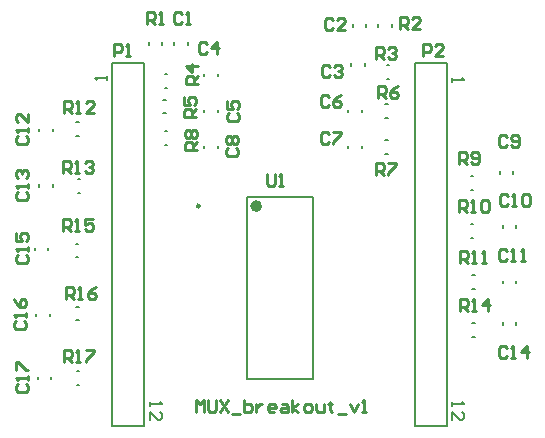
<source format=gto>
G04*
G04 #@! TF.GenerationSoftware,Altium Limited,Altium Designer,22.2.1 (43)*
G04*
G04 Layer_Color=65535*
%FSLAX25Y25*%
%MOIN*%
G70*
G04*
G04 #@! TF.SameCoordinates,2AA56CA8-B71A-46B7-BD27-B25D333C2BD2*
G04*
G04*
G04 #@! TF.FilePolarity,Positive*
G04*
G01*
G75*
%ADD10C,0.00984*%
%ADD11C,0.01968*%
%ADD12C,0.00787*%
%ADD13C,0.01000*%
%ADD14C,0.00600*%
D10*
X65760Y76502D02*
G03*
X65760Y76502I-492J0D01*
G01*
D11*
X85555Y76462D02*
G03*
X85555Y76462I-984J0D01*
G01*
D12*
X137450Y3029D02*
X148040D01*
Y124210D01*
X137450D02*
X148040D01*
X137450Y3029D02*
Y124210D01*
X24606Y38336D02*
X25394D01*
X24606Y42864D02*
X25394D01*
X24854Y16836D02*
X25642D01*
X24854Y21364D02*
X25642D01*
X125236Y136206D02*
Y136994D01*
X129764Y136206D02*
Y136994D01*
X121264Y136206D02*
Y136994D01*
X116736Y136206D02*
Y136994D01*
X61764Y130206D02*
Y130994D01*
X57236Y130206D02*
Y130994D01*
X48736Y130206D02*
Y130994D01*
X53264Y130206D02*
Y130994D01*
X166736Y36954D02*
Y37742D01*
X171264Y36954D02*
Y37742D01*
X166736Y50706D02*
Y51494D01*
X171264Y50706D02*
Y51494D01*
X166736Y69206D02*
Y69994D01*
X171264Y69206D02*
Y69994D01*
X127606Y93836D02*
X128394D01*
X127606Y98364D02*
X128394D01*
X119764Y95706D02*
Y96494D01*
X115236Y95706D02*
Y96494D01*
X119764Y107706D02*
Y108494D01*
X115236Y107706D02*
Y108494D01*
X127606Y105836D02*
X128394D01*
X127606Y110364D02*
X128394D01*
X116236Y123206D02*
Y123994D01*
X120764Y123206D02*
Y123994D01*
X128106Y118836D02*
X128894D01*
X128106Y123364D02*
X128894D01*
X16264Y18706D02*
Y19494D01*
X11736Y18706D02*
Y19494D01*
X15764Y39706D02*
Y40494D01*
X11236Y39706D02*
Y40494D01*
X15264Y61706D02*
Y62494D01*
X10736Y61706D02*
Y62494D01*
X25106Y85364D02*
X25894D01*
X25106Y80836D02*
X25894D01*
X16764Y82958D02*
Y83746D01*
X12236Y82958D02*
Y83746D01*
X24606Y104364D02*
X25394D01*
X24606Y99836D02*
X25394D01*
X12236Y101454D02*
Y102242D01*
X16764Y101454D02*
Y102242D01*
X71764Y95706D02*
Y96494D01*
X67236Y95706D02*
Y96494D01*
X54106Y96836D02*
X54894D01*
X54106Y101364D02*
X54894D01*
X54106Y115836D02*
X54894D01*
X54106Y120364D02*
X54894D01*
X53606Y107336D02*
X54394D01*
X53606Y111864D02*
X54394D01*
X67236Y119706D02*
Y120494D01*
X71764Y119706D02*
Y120494D01*
Y107706D02*
Y108494D01*
X67236Y107706D02*
Y108494D01*
X81618Y18785D02*
Y79415D01*
Y18785D02*
X103382D01*
Y79415D01*
X81618D02*
X103382D01*
X36650Y3029D02*
Y124210D01*
X47240D01*
Y3029D02*
Y124210D01*
X36650Y3029D02*
X47240D01*
X24354Y63864D02*
X25142D01*
X24354Y59336D02*
X25142D01*
X156606Y37364D02*
X157394D01*
X156606Y32836D02*
X157394D01*
X156606Y53364D02*
X157394D01*
X156606Y48836D02*
X157394D01*
X156106Y70364D02*
X156894D01*
X156106Y65836D02*
X156894D01*
X156106Y86364D02*
X156894D01*
X156106Y81836D02*
X156894D01*
X165736Y87206D02*
Y87994D01*
X170264Y87206D02*
Y87994D01*
D13*
X64400Y7666D02*
Y11665D01*
X65733Y10332D01*
X67066Y11665D01*
Y7666D01*
X68399Y11665D02*
Y8333D01*
X69065Y7666D01*
X70398D01*
X71065Y8333D01*
Y11665D01*
X72397D02*
X75063Y7666D01*
Y11665D02*
X72397Y7666D01*
X76396Y7000D02*
X79062D01*
X80395Y11665D02*
Y7666D01*
X82394D01*
X83061Y8333D01*
Y8999D01*
Y9666D01*
X82394Y10332D01*
X80395D01*
X84394D02*
Y7666D01*
Y8999D01*
X85060Y9666D01*
X85726Y10332D01*
X86393D01*
X90392Y7666D02*
X89059D01*
X88392Y8333D01*
Y9666D01*
X89059Y10332D01*
X90392D01*
X91058Y9666D01*
Y8999D01*
X88392D01*
X93057Y10332D02*
X94390D01*
X95057Y9666D01*
Y7666D01*
X93057D01*
X92391Y8333D01*
X93057Y8999D01*
X95057D01*
X96390Y7666D02*
Y11665D01*
Y8999D02*
X98389Y10332D01*
X96390Y8999D02*
X98389Y7666D01*
X101055D02*
X102388D01*
X103054Y8333D01*
Y9666D01*
X102388Y10332D01*
X101055D01*
X100388Y9666D01*
Y8333D01*
X101055Y7666D01*
X104387Y10332D02*
Y8333D01*
X105053Y7666D01*
X107053D01*
Y10332D01*
X109052Y10999D02*
Y10332D01*
X108386D01*
X109719D01*
X109052D01*
Y8333D01*
X109719Y7666D01*
X111718Y7000D02*
X114384D01*
X115717Y10332D02*
X117050Y7666D01*
X118383Y10332D01*
X119715Y7666D02*
X121048D01*
X120382D01*
Y11665D01*
X119715Y10999D01*
X140068Y126401D02*
Y130399D01*
X142067D01*
X142734Y129733D01*
Y128400D01*
X142067Y127734D01*
X140068D01*
X146732Y126401D02*
X144067D01*
X146732Y129067D01*
Y129733D01*
X146066Y130399D01*
X144733D01*
X144067Y129733D01*
X37334Y126601D02*
Y130599D01*
X39334D01*
X40000Y129933D01*
Y128600D01*
X39334Y127934D01*
X37334D01*
X41333Y126601D02*
X42666D01*
X41999D01*
Y130599D01*
X41333Y129933D01*
X88334Y87099D02*
Y83767D01*
X89001Y83101D01*
X90334D01*
X91000Y83767D01*
Y87099D01*
X92333Y83101D02*
X93666D01*
X92999D01*
Y87099D01*
X92333Y86433D01*
X20602Y24401D02*
Y28399D01*
X22601D01*
X23267Y27733D01*
Y26400D01*
X22601Y25734D01*
X20602D01*
X21935D02*
X23267Y24401D01*
X24600D02*
X25933D01*
X25267D01*
Y28399D01*
X24600Y27733D01*
X27933Y28399D02*
X30598D01*
Y27733D01*
X27933Y25067D01*
Y24401D01*
X21202Y45401D02*
Y49399D01*
X23201D01*
X23867Y48733D01*
Y47400D01*
X23201Y46734D01*
X21202D01*
X22535D02*
X23867Y45401D01*
X25200D02*
X26533D01*
X25867D01*
Y49399D01*
X25200Y48733D01*
X31198Y49399D02*
X29866Y48733D01*
X28533Y47400D01*
Y46067D01*
X29199Y45401D01*
X30532D01*
X31198Y46067D01*
Y46734D01*
X30532Y47400D01*
X28533D01*
X20300Y68000D02*
Y71999D01*
X22299D01*
X22966Y71332D01*
Y69999D01*
X22299Y69333D01*
X20300D01*
X21633D02*
X22966Y68000D01*
X24299D02*
X25632D01*
X24965D01*
Y71999D01*
X24299Y71332D01*
X30297Y71999D02*
X27631D01*
Y69999D01*
X28964Y70666D01*
X29630D01*
X30297Y69999D01*
Y68666D01*
X29630Y68000D01*
X28297D01*
X27631Y68666D01*
X152600Y41500D02*
Y45499D01*
X154599D01*
X155266Y44832D01*
Y43499D01*
X154599Y42833D01*
X152600D01*
X153933D02*
X155266Y41500D01*
X156599D02*
X157932D01*
X157265D01*
Y45499D01*
X156599Y44832D01*
X161930Y41500D02*
Y45499D01*
X159931Y43499D01*
X162597D01*
X20254Y87601D02*
Y91599D01*
X22253D01*
X22919Y90933D01*
Y89600D01*
X22253Y88934D01*
X20254D01*
X21587D02*
X22919Y87601D01*
X24252D02*
X25585D01*
X24919D01*
Y91599D01*
X24252Y90933D01*
X27585D02*
X28251Y91599D01*
X29584D01*
X30250Y90933D01*
Y90266D01*
X29584Y89600D01*
X28918D01*
X29584D01*
X30250Y88934D01*
Y88267D01*
X29584Y87601D01*
X28251D01*
X27585Y88267D01*
X20502Y107601D02*
Y111599D01*
X22501D01*
X23167Y110933D01*
Y109600D01*
X22501Y108933D01*
X20502D01*
X21835D02*
X23167Y107601D01*
X24500D02*
X25833D01*
X25167D01*
Y111599D01*
X24500Y110933D01*
X30498Y107601D02*
X27833D01*
X30498Y110266D01*
Y110933D01*
X29832Y111599D01*
X28499D01*
X27833Y110933D01*
X152600Y57500D02*
Y61499D01*
X154599D01*
X155266Y60832D01*
Y59499D01*
X154599Y58833D01*
X152600D01*
X153933D02*
X155266Y57500D01*
X156599D02*
X157932D01*
X157265D01*
Y61499D01*
X156599Y60832D01*
X159931Y57500D02*
X161264D01*
X160597D01*
Y61499D01*
X159931Y60832D01*
X152100Y74500D02*
Y78499D01*
X154099D01*
X154766Y77832D01*
Y76499D01*
X154099Y75833D01*
X152100D01*
X153433D02*
X154766Y74500D01*
X156099D02*
X157432D01*
X156765D01*
Y78499D01*
X156099Y77832D01*
X159431D02*
X160097Y78499D01*
X161430D01*
X162097Y77832D01*
Y75166D01*
X161430Y74500D01*
X160097D01*
X159431Y75166D01*
Y77832D01*
X152100Y90500D02*
Y94499D01*
X154099D01*
X154766Y93832D01*
Y92499D01*
X154099Y91833D01*
X152100D01*
X153433D02*
X154766Y90500D01*
X156099Y91166D02*
X156765Y90500D01*
X158098D01*
X158765Y91166D01*
Y93832D01*
X158098Y94499D01*
X156765D01*
X156099Y93832D01*
Y93166D01*
X156765Y92499D01*
X158765D01*
X64999Y95268D02*
X61001D01*
Y97267D01*
X61667Y97934D01*
X63000D01*
X63666Y97267D01*
Y95268D01*
Y96601D02*
X64999Y97934D01*
X61667Y99266D02*
X61001Y99933D01*
Y101266D01*
X61667Y101932D01*
X62334D01*
X63000Y101266D01*
X63666Y101932D01*
X64333D01*
X64999Y101266D01*
Y99933D01*
X64333Y99266D01*
X63666D01*
X63000Y99933D01*
X62334Y99266D01*
X61667D01*
X63000Y99933D02*
Y101266D01*
X124668Y86801D02*
Y90799D01*
X126667D01*
X127333Y90133D01*
Y88800D01*
X126667Y88134D01*
X124668D01*
X126001D02*
X127333Y86801D01*
X128666Y90799D02*
X131332D01*
Y90133D01*
X128666Y87467D01*
Y86801D01*
X125168Y112601D02*
Y116599D01*
X127167D01*
X127833Y115933D01*
Y114600D01*
X127167Y113934D01*
X125168D01*
X126501D02*
X127833Y112601D01*
X131832Y116599D02*
X130499Y115933D01*
X129166Y114600D01*
Y113267D01*
X129833Y112601D01*
X131166D01*
X131832Y113267D01*
Y113934D01*
X131166Y114600D01*
X129166D01*
X64487Y106255D02*
X60488D01*
Y108255D01*
X61155Y108921D01*
X62487D01*
X63154Y108255D01*
Y106255D01*
Y107588D02*
X64487Y108921D01*
X60488Y112920D02*
Y110254D01*
X62487D01*
X61821Y111587D01*
Y112253D01*
X62487Y112920D01*
X63820D01*
X64487Y112253D01*
Y110920D01*
X63820Y110254D01*
X65199Y117268D02*
X61201D01*
Y119267D01*
X61867Y119933D01*
X63200D01*
X63866Y119267D01*
Y117268D01*
Y118601D02*
X65199Y119933D01*
Y123266D02*
X61201D01*
X63200Y121266D01*
Y123932D01*
X124668Y125601D02*
Y129599D01*
X126667D01*
X127333Y128933D01*
Y127600D01*
X126667Y126934D01*
X124668D01*
X126001D02*
X127333Y125601D01*
X128666Y128933D02*
X129333Y129599D01*
X130666D01*
X131332Y128933D01*
Y128267D01*
X130666Y127600D01*
X129999D01*
X130666D01*
X131332Y126934D01*
Y126267D01*
X130666Y125601D01*
X129333D01*
X128666Y126267D01*
X132668Y135601D02*
Y139599D01*
X134667D01*
X135334Y138933D01*
Y137600D01*
X134667Y136934D01*
X132668D01*
X134001D02*
X135334Y135601D01*
X139332D02*
X136667D01*
X139332Y138267D01*
Y138933D01*
X138666Y139599D01*
X137333D01*
X136667Y138933D01*
X48334Y137101D02*
Y141099D01*
X50334D01*
X51000Y140433D01*
Y139100D01*
X50334Y138434D01*
X48334D01*
X49667D02*
X51000Y137101D01*
X52333D02*
X53666D01*
X52999D01*
Y141099D01*
X52333Y140433D01*
X5167Y17267D02*
X4501Y16601D01*
Y15268D01*
X5167Y14602D01*
X7833D01*
X8499Y15268D01*
Y16601D01*
X7833Y17267D01*
X8499Y18600D02*
Y19933D01*
Y19267D01*
X4501D01*
X5167Y18600D01*
X4501Y21933D02*
Y24598D01*
X5167D01*
X7833Y21933D01*
X8499D01*
X4667Y38267D02*
X4001Y37601D01*
Y36268D01*
X4667Y35602D01*
X7333D01*
X7999Y36268D01*
Y37601D01*
X7333Y38267D01*
X7999Y39600D02*
Y40933D01*
Y40267D01*
X4001D01*
X4667Y39600D01*
X4001Y45598D02*
X4667Y44265D01*
X6000Y42933D01*
X7333D01*
X7999Y43599D01*
Y44932D01*
X7333Y45598D01*
X6667D01*
X6000Y44932D01*
Y42933D01*
X5067Y60067D02*
X4401Y59401D01*
Y58068D01*
X5067Y57402D01*
X7733D01*
X8399Y58068D01*
Y59401D01*
X7733Y60067D01*
X8399Y61400D02*
Y62733D01*
Y62067D01*
X4401D01*
X5067Y61400D01*
X4401Y67398D02*
Y64733D01*
X6400D01*
X5734Y66066D01*
Y66732D01*
X6400Y67398D01*
X7733D01*
X8399Y66732D01*
Y65399D01*
X7733Y64733D01*
X168267Y29133D02*
X167601Y29799D01*
X166268D01*
X165602Y29133D01*
Y26467D01*
X166268Y25801D01*
X167601D01*
X168267Y26467D01*
X169600Y25801D02*
X170933D01*
X170267D01*
Y29799D01*
X169600Y29133D01*
X174932Y25801D02*
Y29799D01*
X172933Y27800D01*
X175598D01*
X5167Y81267D02*
X4501Y80601D01*
Y79268D01*
X5167Y78602D01*
X7833D01*
X8499Y79268D01*
Y80601D01*
X7833Y81267D01*
X8499Y82600D02*
Y83933D01*
Y83267D01*
X4501D01*
X5167Y82600D01*
Y85933D02*
X4501Y86599D01*
Y87932D01*
X5167Y88598D01*
X5834D01*
X6500Y87932D01*
Y87265D01*
Y87932D01*
X7166Y88598D01*
X7833D01*
X8499Y87932D01*
Y86599D01*
X7833Y85933D01*
X5167Y99767D02*
X4501Y99101D01*
Y97768D01*
X5167Y97102D01*
X7833D01*
X8499Y97768D01*
Y99101D01*
X7833Y99767D01*
X8499Y101100D02*
Y102433D01*
Y101767D01*
X4501D01*
X5167Y101100D01*
X8499Y107098D02*
Y104433D01*
X5834Y107098D01*
X5167D01*
X4501Y106432D01*
Y105099D01*
X5167Y104433D01*
X168334Y61433D02*
X167667Y62099D01*
X166334D01*
X165668Y61433D01*
Y58767D01*
X166334Y58101D01*
X167667D01*
X168334Y58767D01*
X169667Y58101D02*
X171000D01*
X170333D01*
Y62099D01*
X169667Y61433D01*
X172999Y58101D02*
X174332D01*
X173665D01*
Y62099D01*
X172999Y61433D01*
X168667Y79933D02*
X168001Y80599D01*
X166668D01*
X166002Y79933D01*
Y77267D01*
X166668Y76601D01*
X168001D01*
X168667Y77267D01*
X170000Y76601D02*
X171333D01*
X170667D01*
Y80599D01*
X170000Y79933D01*
X173333D02*
X173999Y80599D01*
X175332D01*
X175998Y79933D01*
Y77267D01*
X175332Y76601D01*
X173999D01*
X173333Y77267D01*
Y79933D01*
X168266Y99332D02*
X167599Y99999D01*
X166267D01*
X165600Y99332D01*
Y96666D01*
X166267Y96000D01*
X167599D01*
X168266Y96666D01*
X169599D02*
X170265Y96000D01*
X171598D01*
X172265Y96666D01*
Y99332D01*
X171598Y99999D01*
X170265D01*
X169599Y99332D01*
Y98666D01*
X170265Y97999D01*
X172265D01*
X75167Y95934D02*
X74501Y95267D01*
Y93934D01*
X75167Y93268D01*
X77833D01*
X78499Y93934D01*
Y95267D01*
X77833Y95934D01*
X75167Y97267D02*
X74501Y97933D01*
Y99266D01*
X75167Y99932D01*
X75834D01*
X76500Y99266D01*
X77166Y99932D01*
X77833D01*
X78499Y99266D01*
Y97933D01*
X77833Y97267D01*
X77166D01*
X76500Y97933D01*
X75834Y97267D01*
X75167D01*
X76500Y97933D02*
Y99266D01*
X108733Y100333D02*
X108067Y100999D01*
X106734D01*
X106068Y100333D01*
Y97667D01*
X106734Y97001D01*
X108067D01*
X108733Y97667D01*
X110066Y100999D02*
X112732D01*
Y100333D01*
X110066Y97667D01*
Y97001D01*
X108733Y112933D02*
X108067Y113599D01*
X106734D01*
X106068Y112933D01*
Y110267D01*
X106734Y109601D01*
X108067D01*
X108733Y110267D01*
X112732Y113599D02*
X111399Y112933D01*
X110066Y111600D01*
Y110267D01*
X110733Y109601D01*
X112066D01*
X112732Y110267D01*
Y110933D01*
X112066Y111600D01*
X110066D01*
X75667Y107433D02*
X75001Y106767D01*
Y105434D01*
X75667Y104768D01*
X78333D01*
X78999Y105434D01*
Y106767D01*
X78333Y107433D01*
X75001Y111432D02*
Y108766D01*
X77000D01*
X76334Y110099D01*
Y110766D01*
X77000Y111432D01*
X78333D01*
X78999Y110766D01*
Y109433D01*
X78333Y108766D01*
X68334Y130433D02*
X67667Y131099D01*
X66334D01*
X65668Y130433D01*
Y127767D01*
X66334Y127101D01*
X67667D01*
X68334Y127767D01*
X71666Y127101D02*
Y131099D01*
X69666Y129100D01*
X72332D01*
X109134Y122733D02*
X108467Y123399D01*
X107134D01*
X106468Y122733D01*
Y120067D01*
X107134Y119401D01*
X108467D01*
X109134Y120067D01*
X110467Y122733D02*
X111133Y123399D01*
X112466D01*
X113132Y122733D01*
Y122066D01*
X112466Y121400D01*
X111799D01*
X112466D01*
X113132Y120733D01*
Y120067D01*
X112466Y119401D01*
X111133D01*
X110467Y120067D01*
X110134Y138533D02*
X109467Y139199D01*
X108134D01*
X107468Y138533D01*
Y135867D01*
X108134Y135201D01*
X109467D01*
X110134Y135867D01*
X114132Y135201D02*
X111467D01*
X114132Y137866D01*
Y138533D01*
X113466Y139199D01*
X112133D01*
X111467Y138533D01*
X60000Y140433D02*
X59334Y141099D01*
X58001D01*
X57334Y140433D01*
Y137767D01*
X58001Y137101D01*
X59334D01*
X60000Y137767D01*
X61333Y137101D02*
X62666D01*
X61999D01*
Y141099D01*
X61333Y140433D01*
D14*
X150000Y11000D02*
Y9667D01*
Y10334D01*
X153999D01*
X153332Y11000D01*
X150000Y5002D02*
Y7668D01*
X152666Y5002D01*
X153332D01*
X153999Y5668D01*
Y7001D01*
X153332Y7668D01*
X150000Y119000D02*
Y117667D01*
Y118333D01*
X153999D01*
X153332Y119000D01*
X34800Y118600D02*
Y119933D01*
Y119266D01*
X30801D01*
X31468Y118600D01*
X49200Y11000D02*
Y9667D01*
Y10334D01*
X53199D01*
X52532Y11000D01*
X49200Y5002D02*
Y7668D01*
X51866Y5002D01*
X52532D01*
X53199Y5668D01*
Y7001D01*
X52532Y7668D01*
M02*

</source>
